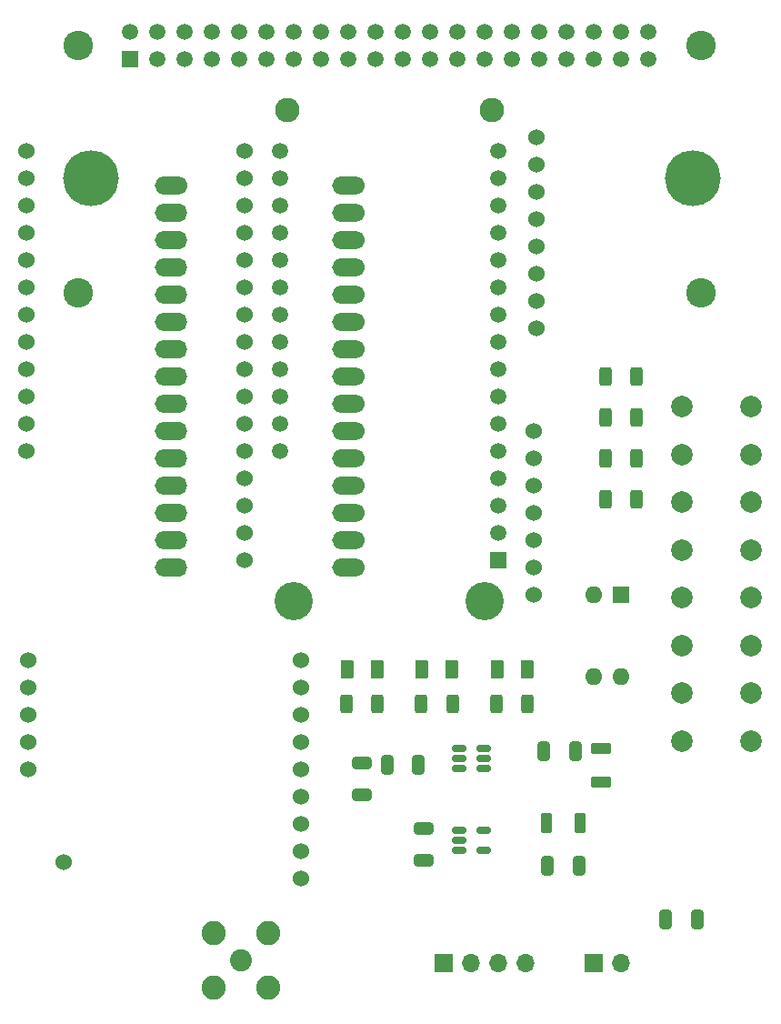
<source format=gbr>
%TF.GenerationSoftware,KiCad,Pcbnew,(6.0.5-0)*%
%TF.CreationDate,2022-10-17T18:29:33-07:00*%
%TF.ProjectId,Pioneer Controller,50696f6e-6565-4722-9043-6f6e74726f6c,rev?*%
%TF.SameCoordinates,Original*%
%TF.FileFunction,Soldermask,Top*%
%TF.FilePolarity,Negative*%
%FSLAX46Y46*%
G04 Gerber Fmt 4.6, Leading zero omitted, Abs format (unit mm)*
G04 Created by KiCad (PCBNEW (6.0.5-0)) date 2022-10-17 18:29:33*
%MOMM*%
%LPD*%
G01*
G04 APERTURE LIST*
G04 Aperture macros list*
%AMRoundRect*
0 Rectangle with rounded corners*
0 $1 Rounding radius*
0 $2 $3 $4 $5 $6 $7 $8 $9 X,Y pos of 4 corners*
0 Add a 4 corners polygon primitive as box body*
4,1,4,$2,$3,$4,$5,$6,$7,$8,$9,$2,$3,0*
0 Add four circle primitives for the rounded corners*
1,1,$1+$1,$2,$3*
1,1,$1+$1,$4,$5*
1,1,$1+$1,$6,$7*
1,1,$1+$1,$8,$9*
0 Add four rect primitives between the rounded corners*
20,1,$1+$1,$2,$3,$4,$5,0*
20,1,$1+$1,$4,$5,$6,$7,0*
20,1,$1+$1,$6,$7,$8,$9,0*
20,1,$1+$1,$8,$9,$2,$3,0*%
G04 Aperture macros list end*
%ADD10C,2.286000*%
%ADD11R,1.508000X1.508000*%
%ADD12C,1.508000*%
%ADD13C,3.556000*%
%ADD14RoundRect,0.250000X-0.700000X0.275000X-0.700000X-0.275000X0.700000X-0.275000X0.700000X0.275000X0*%
%ADD15RoundRect,0.150000X-0.512500X-0.150000X0.512500X-0.150000X0.512500X0.150000X-0.512500X0.150000X0*%
%ADD16C,1.524000*%
%ADD17RoundRect,0.250000X0.312500X0.625000X-0.312500X0.625000X-0.312500X-0.625000X0.312500X-0.625000X0*%
%ADD18RoundRect,0.250000X-0.325000X-0.650000X0.325000X-0.650000X0.325000X0.650000X-0.325000X0.650000X0*%
%ADD19RoundRect,0.250000X-0.650000X0.325000X-0.650000X-0.325000X0.650000X-0.325000X0.650000X0.325000X0*%
%ADD20C,2.000000*%
%ADD21RoundRect,0.250000X0.375000X0.625000X-0.375000X0.625000X-0.375000X-0.625000X0.375000X-0.625000X0*%
%ADD22C,5.200000*%
%ADD23C,2.050000*%
%ADD24C,2.250000*%
%ADD25RoundRect,0.250000X0.325000X0.650000X-0.325000X0.650000X-0.325000X-0.650000X0.325000X-0.650000X0*%
%ADD26C,1.700000*%
%ADD27O,3.000000X1.700000*%
%ADD28O,1.700000X1.700000*%
%ADD29R,1.700000X1.700000*%
%ADD30C,2.750000*%
%ADD31R,1.600000X1.600000*%
%ADD32O,1.600000X1.600000*%
%ADD33RoundRect,0.250000X-0.275000X-0.700000X0.275000X-0.700000X0.275000X0.700000X-0.275000X0.700000X0*%
G04 APERTURE END LIST*
D10*
%TO.C,U2*%
X55245000Y-33655000D03*
X74295000Y-33655000D03*
D11*
X74930000Y-75565000D03*
D12*
X74930000Y-73025000D03*
X74930000Y-70485000D03*
X74930000Y-67945000D03*
X74930000Y-65405000D03*
X74930000Y-62865000D03*
X74930000Y-60325000D03*
X74930000Y-57785000D03*
X74930000Y-55245000D03*
X74930000Y-52705000D03*
X74930000Y-50165000D03*
X74930000Y-47625000D03*
X74930000Y-45085000D03*
X74930000Y-42545000D03*
X74930000Y-40005000D03*
X74930000Y-37465000D03*
X54610000Y-65405000D03*
X54610000Y-62865000D03*
X54610000Y-60325000D03*
X54610000Y-57785000D03*
X54610000Y-55245000D03*
X54610000Y-52705000D03*
X54610000Y-50165000D03*
X54610000Y-47625000D03*
X54610000Y-45085000D03*
X54610000Y-42545000D03*
X54610000Y-40005000D03*
X54610000Y-37465000D03*
D13*
X73660000Y-79375000D03*
X55880000Y-79375000D03*
%TD*%
D14*
%TO.C,L2*%
X84455000Y-93040000D03*
X84455000Y-96190000D03*
%TD*%
D15*
%TO.C,U6*%
X71252500Y-100650000D03*
X71252500Y-101600000D03*
X71252500Y-102550000D03*
X73527500Y-102550000D03*
X73527500Y-100650000D03*
%TD*%
D16*
%TO.C,U1*%
X51340000Y-73025000D03*
X51340000Y-70485000D03*
X51340000Y-65405000D03*
X51340000Y-62865000D03*
X51340000Y-60325000D03*
X51340000Y-57785000D03*
X51340000Y-55245000D03*
X51340000Y-52705000D03*
X31020000Y-65405000D03*
X31020000Y-42545000D03*
X31020000Y-45085000D03*
X31020000Y-47625000D03*
X31020000Y-50165000D03*
X31020000Y-52705000D03*
X31020000Y-55245000D03*
X31020000Y-57785000D03*
X51340000Y-37465000D03*
X31020000Y-62865000D03*
X51340000Y-67945000D03*
X51340000Y-47625000D03*
X51340000Y-45085000D03*
X51340000Y-75565000D03*
X51340000Y-42545000D03*
X51340000Y-50165000D03*
X31020000Y-40005000D03*
X31020000Y-37465000D03*
X51340000Y-40005000D03*
X31020000Y-60325000D03*
%TD*%
D17*
%TO.C,R7*%
X77662500Y-88900000D03*
X74737500Y-88900000D03*
%TD*%
D18*
%TO.C,C2*%
X79525000Y-104000000D03*
X82475000Y-104000000D03*
%TD*%
%TO.C,C5*%
X90525000Y-109000000D03*
X93475000Y-109000000D03*
%TD*%
D19*
%TO.C,C1*%
X68000000Y-100525000D03*
X68000000Y-103475000D03*
%TD*%
D20*
%TO.C,SW2*%
X92000000Y-70140000D03*
X98500000Y-70140000D03*
X92000000Y-74640000D03*
X98500000Y-74640000D03*
%TD*%
D21*
%TO.C,D1*%
X63630000Y-85725000D03*
X60830000Y-85725000D03*
%TD*%
D17*
%TO.C,R3*%
X87822500Y-62230000D03*
X84897500Y-62230000D03*
%TD*%
%TO.C,R2*%
X87822500Y-58420000D03*
X84897500Y-58420000D03*
%TD*%
D20*
%TO.C,SW3*%
X98500000Y-79030000D03*
X92000000Y-79030000D03*
X98500000Y-83530000D03*
X92000000Y-83530000D03*
%TD*%
D22*
%TO.C,REF\u002A\u002A*%
X37000000Y-40000000D03*
%TD*%
D23*
%TO.C,J4*%
X51000000Y-112776000D03*
D24*
X48460000Y-115316000D03*
X48460000Y-110236000D03*
X53540000Y-110236000D03*
X53540000Y-115316000D03*
%TD*%
D25*
%TO.C,C6*%
X82120000Y-93345000D03*
X79170000Y-93345000D03*
%TD*%
D26*
%TO.C,J3*%
X61595000Y-76200000D03*
X60325000Y-76200000D03*
D27*
X60960000Y-76200000D03*
X60960000Y-73660000D03*
D26*
X61595000Y-73660000D03*
D28*
X60325000Y-73660000D03*
D27*
X60960000Y-71120000D03*
D28*
X60325000Y-71120000D03*
D26*
X61595000Y-71120000D03*
D28*
X60325000Y-68580000D03*
D26*
X61595000Y-68580000D03*
D27*
X60960000Y-68580000D03*
D28*
X60325000Y-66040000D03*
D26*
X61595000Y-66040000D03*
D27*
X60960000Y-66040000D03*
D26*
X61595000Y-63500000D03*
D27*
X60960000Y-63500000D03*
D28*
X60325000Y-63500000D03*
X60325000Y-60960000D03*
D27*
X60960000Y-60960000D03*
D26*
X61595000Y-60960000D03*
X61595000Y-58420000D03*
D28*
X60325000Y-58420000D03*
D27*
X60960000Y-58420000D03*
D28*
X60325000Y-55880000D03*
D27*
X60960000Y-55880000D03*
D26*
X61595000Y-55880000D03*
X61595000Y-53340000D03*
D27*
X60960000Y-53340000D03*
D28*
X60325000Y-53340000D03*
X60325000Y-50800000D03*
D27*
X60960000Y-50800000D03*
D26*
X61595000Y-50800000D03*
X61595000Y-48260000D03*
D28*
X60325000Y-48260000D03*
D27*
X60960000Y-48260000D03*
D26*
X61595000Y-45720000D03*
D28*
X60325000Y-45720000D03*
D27*
X60960000Y-45720000D03*
D26*
X61595000Y-43180000D03*
D27*
X60960000Y-43180000D03*
D28*
X60325000Y-43180000D03*
X60325000Y-40640000D03*
D26*
X61595000Y-40640000D03*
D27*
X60960000Y-40640000D03*
X44450000Y-40640000D03*
D26*
X45085000Y-40640000D03*
X43815000Y-40640000D03*
X43815000Y-43180000D03*
D27*
X44450000Y-43180000D03*
D28*
X45085000Y-43180000D03*
X45085000Y-45720000D03*
D27*
X44450000Y-45720000D03*
D26*
X43815000Y-45720000D03*
X43815000Y-48260000D03*
D27*
X44450000Y-48260000D03*
D28*
X45085000Y-48260000D03*
D27*
X44450000Y-50800000D03*
D26*
X43815000Y-50800000D03*
D28*
X45085000Y-50800000D03*
X45085000Y-53340000D03*
D27*
X44450000Y-53340000D03*
D26*
X43815000Y-53340000D03*
D28*
X45085000Y-55880000D03*
D27*
X44450000Y-55880000D03*
D26*
X43815000Y-55880000D03*
X43815000Y-58420000D03*
D28*
X45085000Y-58420000D03*
D27*
X44450000Y-58420000D03*
X44450000Y-60960000D03*
D28*
X45085000Y-60960000D03*
D26*
X43815000Y-60960000D03*
D27*
X44450000Y-63500000D03*
D28*
X45085000Y-63500000D03*
D26*
X43815000Y-63500000D03*
D28*
X45085000Y-66040000D03*
D27*
X44450000Y-66040000D03*
D26*
X43815000Y-66040000D03*
X43815000Y-68580000D03*
D27*
X44450000Y-68580000D03*
D28*
X45085000Y-68580000D03*
D26*
X43815000Y-71120000D03*
D27*
X44450000Y-71120000D03*
D28*
X45085000Y-71120000D03*
D26*
X43815000Y-73660000D03*
D27*
X44450000Y-73660000D03*
D28*
X45085000Y-73660000D03*
D27*
X44450000Y-76200000D03*
D28*
X45085000Y-76200000D03*
D26*
X43815000Y-76200000D03*
%TD*%
D29*
%TO.C,J2*%
X83820000Y-113030000D03*
D28*
X86360000Y-113030000D03*
%TD*%
D20*
%TO.C,SW1*%
X98500000Y-61250000D03*
X92000000Y-61250000D03*
X92000000Y-65750000D03*
X98500000Y-65750000D03*
%TD*%
D30*
%TO.C,A1*%
X35770000Y-50620000D03*
X93770000Y-50620000D03*
X35770000Y-27620000D03*
X93770000Y-27620000D03*
D11*
X40640000Y-28890000D03*
D12*
X40640000Y-26350000D03*
X43180000Y-28890000D03*
X43180000Y-26350000D03*
X45720000Y-28890000D03*
X45720000Y-26350000D03*
X48260000Y-28890000D03*
X48260000Y-26350000D03*
X50800000Y-28890000D03*
X50800000Y-26350000D03*
X53340000Y-28890000D03*
X53340000Y-26350000D03*
X55880000Y-28890000D03*
X55880000Y-26350000D03*
X58420000Y-28890000D03*
X58420000Y-26350000D03*
X60960000Y-28890000D03*
X60960000Y-26350000D03*
X63500000Y-28890000D03*
X63500000Y-26350000D03*
X66040000Y-28890000D03*
X66040000Y-26350000D03*
X68580000Y-28890000D03*
X68580000Y-26350000D03*
X71120000Y-28890000D03*
X71120000Y-26350000D03*
X73660000Y-28890000D03*
X73660000Y-26350000D03*
X76200000Y-28890000D03*
X76200000Y-26350000D03*
X78740000Y-28890000D03*
X78740000Y-26350000D03*
X81280000Y-28890000D03*
X81280000Y-26350000D03*
X83820000Y-28890000D03*
X83820000Y-26350000D03*
X86360000Y-28890000D03*
X86360000Y-26350000D03*
X88900000Y-28890000D03*
X88900000Y-26350000D03*
%TD*%
D25*
%TO.C,C7*%
X67515000Y-94615000D03*
X64565000Y-94615000D03*
%TD*%
D20*
%TO.C,SW4*%
X98500000Y-87920000D03*
X92000000Y-87920000D03*
X98500000Y-92420000D03*
X92000000Y-92420000D03*
%TD*%
D31*
%TO.C,SW5*%
X86360000Y-78740000D03*
D32*
X83820000Y-78740000D03*
X83820000Y-86360000D03*
X86360000Y-86360000D03*
%TD*%
D15*
%TO.C,U7*%
X71252500Y-93030000D03*
X71252500Y-93980000D03*
X71252500Y-94930000D03*
X73527500Y-94930000D03*
X73527500Y-93980000D03*
X73527500Y-93030000D03*
%TD*%
D21*
%TO.C,D3*%
X77600000Y-85725000D03*
X74800000Y-85725000D03*
%TD*%
D17*
%TO.C,R4*%
X70677500Y-88900000D03*
X67752500Y-88900000D03*
%TD*%
D21*
%TO.C,D2*%
X70615000Y-85725000D03*
X67815000Y-85725000D03*
%TD*%
D29*
%TO.C,J1*%
X69860000Y-113030000D03*
D28*
X72400000Y-113030000D03*
X74940000Y-113030000D03*
X77480000Y-113030000D03*
%TD*%
D17*
%TO.C,R6*%
X87822500Y-69850000D03*
X84897500Y-69850000D03*
%TD*%
%TO.C,R1*%
X63692500Y-88900000D03*
X60767500Y-88900000D03*
%TD*%
D19*
%TO.C,C8*%
X62230000Y-94410000D03*
X62230000Y-97360000D03*
%TD*%
D22*
%TO.C,REF\u002A\u002A*%
X93000000Y-40000000D03*
%TD*%
D33*
%TO.C,L1*%
X79425000Y-100000000D03*
X82575000Y-100000000D03*
%TD*%
D17*
%TO.C,R5*%
X87822500Y-66040000D03*
X84897500Y-66040000D03*
%TD*%
D16*
%TO.C,U5*%
X78200000Y-66040000D03*
X78200000Y-78740000D03*
X78200000Y-68580000D03*
X78200000Y-71120000D03*
X78200000Y-76200000D03*
X78200000Y-73660000D03*
X78200000Y-63500000D03*
%TD*%
%TO.C,U3*%
X78454000Y-48895000D03*
X78454000Y-46355000D03*
X78454000Y-38735000D03*
X78454000Y-53975000D03*
X78454000Y-41275000D03*
X78454000Y-43815000D03*
X78454000Y-51435000D03*
X78454000Y-36195000D03*
%TD*%
%TO.C,U4*%
X56515000Y-102616000D03*
X56515000Y-89916000D03*
X56515000Y-92456000D03*
X31115000Y-84836000D03*
X31115000Y-87376000D03*
X31115000Y-89916000D03*
X31115000Y-92456000D03*
X31115000Y-94996000D03*
X56515000Y-87376000D03*
X56515000Y-97536000D03*
X56515000Y-100076000D03*
X56515000Y-105156000D03*
X56515000Y-94996000D03*
X34445000Y-103632000D03*
X56515000Y-84836000D03*
%TD*%
M02*

</source>
